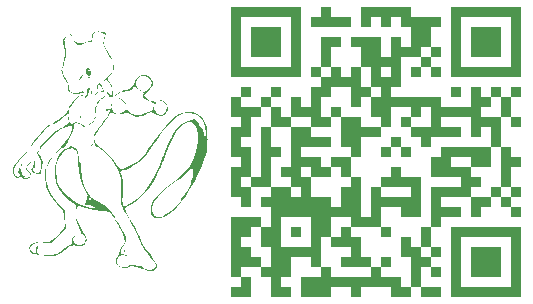
<source format=gbr>
%TF.GenerationSoftware,KiCad,Pcbnew,9.0.3*%
%TF.CreationDate,2026-02-26T20:24:34-03:00*%
%TF.ProjectId,EEGFrontier,45454746-726f-46e7-9469-65722e6b6963,rev?*%
%TF.SameCoordinates,Original*%
%TF.FileFunction,Legend,Bot*%
%TF.FilePolarity,Positive*%
%FSLAX46Y46*%
G04 Gerber Fmt 4.6, Leading zero omitted, Abs format (unit mm)*
G04 Created by KiCad (PCBNEW 9.0.3) date 2026-02-26 20:24:34*
%MOMM*%
%LPD*%
G01*
G04 APERTURE LIST*
%ADD10C,0.000000*%
G04 APERTURE END LIST*
D10*
%TO.C,G\u002A\u002A\u002A*%
G36*
X130799609Y-78516666D02*
G01*
X130798985Y-78597326D01*
X130754368Y-79322294D01*
X130715616Y-79525611D01*
X130651067Y-79864277D01*
X130641653Y-79913666D01*
X130592725Y-80070196D01*
X130434671Y-80490908D01*
X130301887Y-80802666D01*
X130220076Y-80994745D01*
X130076782Y-81306012D01*
X129968386Y-81541471D01*
X129699048Y-82090849D01*
X129431510Y-82602643D01*
X129185217Y-83036616D01*
X128979617Y-83352531D01*
X128923760Y-83427635D01*
X128578893Y-83857408D01*
X128209602Y-84269576D01*
X127846004Y-84633674D01*
X127518213Y-84919237D01*
X127256346Y-85095802D01*
X127102531Y-85166365D01*
X126700242Y-85266285D01*
X126370263Y-85226154D01*
X126129381Y-85062167D01*
X125994383Y-84790521D01*
X125989377Y-84643066D01*
X126102624Y-84643066D01*
X126237801Y-84974827D01*
X126361459Y-85095828D01*
X126615920Y-85169368D01*
X126933605Y-85112943D01*
X127298695Y-84934999D01*
X127695373Y-84643979D01*
X128107820Y-84248326D01*
X128520217Y-83756485D01*
X128596968Y-83654679D01*
X128927787Y-83197056D01*
X129158812Y-82836866D01*
X129303194Y-82551991D01*
X129374082Y-82320313D01*
X129419450Y-82137997D01*
X129496698Y-81938134D01*
X129539972Y-81801334D01*
X129569572Y-81563818D01*
X129573933Y-81306012D01*
X129552525Y-81090411D01*
X129504818Y-80979509D01*
X129465418Y-80983085D01*
X129338579Y-81076583D01*
X129176480Y-81253028D01*
X129088200Y-81355073D01*
X128825277Y-81615366D01*
X128550496Y-81844282D01*
X128452328Y-81916690D01*
X128171203Y-82124189D01*
X127832274Y-82374481D01*
X127488624Y-82628373D01*
X127067475Y-82965368D01*
X126610424Y-83418637D01*
X126293934Y-83855594D01*
X126123001Y-84266863D01*
X126102624Y-84643066D01*
X125989377Y-84643066D01*
X125982055Y-84427411D01*
X126109184Y-83989032D01*
X126131257Y-83940406D01*
X126389151Y-83537942D01*
X126796950Y-83090582D01*
X127345590Y-82607271D01*
X128026008Y-82096957D01*
X128658286Y-81591189D01*
X129190365Y-81002344D01*
X129308844Y-80802666D01*
X129492667Y-80802666D01*
X129535000Y-80845000D01*
X129577334Y-80802666D01*
X129535000Y-80760333D01*
X129492667Y-80802666D01*
X129308844Y-80802666D01*
X129578297Y-80348547D01*
X129746630Y-79862085D01*
X130437303Y-79862085D01*
X130457514Y-79975402D01*
X130486416Y-79974091D01*
X130501983Y-79864277D01*
X130488425Y-79781054D01*
X130481846Y-79786666D01*
X130450830Y-79813125D01*
X130437303Y-79862085D01*
X129746630Y-79862085D01*
X129772728Y-79786666D01*
X129916000Y-79786666D01*
X129958334Y-79829000D01*
X130000667Y-79786666D01*
X129958334Y-79744333D01*
X129916000Y-79786666D01*
X129772728Y-79786666D01*
X129834200Y-79609019D01*
X129846473Y-79532666D01*
X130000667Y-79532666D01*
X130043000Y-79575000D01*
X130085334Y-79532666D01*
X130076087Y-79523419D01*
X130521970Y-79523419D01*
X130523619Y-79532666D01*
X130542181Y-79636736D01*
X130571083Y-79635425D01*
X130586650Y-79525611D01*
X130573092Y-79442388D01*
X130535497Y-79474458D01*
X130521970Y-79523419D01*
X130076087Y-79523419D01*
X130043000Y-79490333D01*
X130000667Y-79532666D01*
X129846473Y-79532666D01*
X129970189Y-78762985D01*
X129974747Y-78705738D01*
X129969786Y-78191262D01*
X129885636Y-77736703D01*
X129731758Y-77375933D01*
X129517616Y-77142823D01*
X129423878Y-77085625D01*
X129395082Y-77077333D01*
X129662000Y-77077333D01*
X129704334Y-77119666D01*
X129746667Y-77077333D01*
X129704334Y-77035000D01*
X129662000Y-77077333D01*
X129395082Y-77077333D01*
X129303182Y-77050870D01*
X129158787Y-77087637D01*
X128929017Y-77202142D01*
X128780439Y-77286432D01*
X128586236Y-77422753D01*
X128408182Y-77591540D01*
X128235473Y-77810804D01*
X128057304Y-78098556D01*
X127862873Y-78472807D01*
X127641374Y-78951568D01*
X127382005Y-79552851D01*
X127073960Y-80294666D01*
X127028817Y-80403704D01*
X126819908Y-80890153D01*
X126603546Y-81369322D01*
X126402801Y-81791080D01*
X126240742Y-82105297D01*
X125940029Y-82574381D01*
X125539957Y-83072809D01*
X125095275Y-83530589D01*
X124643340Y-83909499D01*
X124221509Y-84171317D01*
X124218647Y-84172699D01*
X124033281Y-84258319D01*
X123902232Y-84327224D01*
X123829301Y-84403050D01*
X123818287Y-84509437D01*
X123872990Y-84670020D01*
X123997212Y-84908439D01*
X124194751Y-85248331D01*
X124469407Y-85713333D01*
X124620441Y-85979072D01*
X124852456Y-86416314D01*
X125057996Y-86835724D01*
X125205397Y-87174439D01*
X125225675Y-87225756D01*
X125359353Y-87528519D01*
X125487387Y-87767261D01*
X125584554Y-87894106D01*
X125650647Y-87956775D01*
X125805788Y-88144567D01*
X125993722Y-88401409D01*
X126187247Y-88686642D01*
X126359160Y-88959610D01*
X126482256Y-89179657D01*
X126529334Y-89306126D01*
X126498864Y-89413797D01*
X126389212Y-89580166D01*
X126335036Y-89629510D01*
X126082347Y-89723199D01*
X125753341Y-89699905D01*
X125383069Y-89560319D01*
X125361986Y-89549603D01*
X125085928Y-89442196D01*
X124775600Y-89365395D01*
X124479394Y-89325905D01*
X124245702Y-89330432D01*
X124122916Y-89385683D01*
X124104872Y-89404322D01*
X123955138Y-89459004D01*
X123726489Y-89481000D01*
X123718800Y-89480974D01*
X123374092Y-89415158D01*
X123139160Y-89244175D01*
X123028546Y-88999724D01*
X123056794Y-88713502D01*
X123238445Y-88417209D01*
X123341446Y-88244285D01*
X123396667Y-87998509D01*
X123447855Y-87778801D01*
X123619590Y-87521917D01*
X123698997Y-87436137D01*
X123786945Y-87300180D01*
X123797447Y-87146426D01*
X123745157Y-86902601D01*
X123744189Y-86898795D01*
X123647671Y-86627501D01*
X123490344Y-86289546D01*
X123305776Y-85957163D01*
X123266935Y-85893146D01*
X123118380Y-85635936D01*
X123021706Y-85447844D01*
X122996266Y-85365845D01*
X123026023Y-85389773D01*
X123127581Y-85528617D01*
X123280991Y-85764400D01*
X123466724Y-86067973D01*
X123699735Y-86486982D01*
X123857480Y-86860067D01*
X123906820Y-87147534D01*
X123850935Y-87370177D01*
X123693000Y-87548793D01*
X123663765Y-87574458D01*
X123550447Y-87738116D01*
X123482636Y-87936449D01*
X123465941Y-88122012D01*
X123505971Y-88247361D01*
X123608334Y-88265048D01*
X123673273Y-88251739D01*
X123735334Y-88298323D01*
X123691439Y-88350044D01*
X123540601Y-88380333D01*
X123323561Y-88428542D01*
X123186290Y-88598210D01*
X123142667Y-88902287D01*
X123142893Y-88929245D01*
X123183761Y-89175358D01*
X123306434Y-89308687D01*
X123561251Y-89384497D01*
X123864531Y-89378194D01*
X124111012Y-89283694D01*
X124172988Y-89247725D01*
X124376089Y-89209612D01*
X124690540Y-89238316D01*
X124844391Y-89259083D01*
X125068767Y-89274442D01*
X125187679Y-89261291D01*
X125213147Y-89251719D01*
X125259334Y-89310990D01*
X125267034Y-89336443D01*
X125379144Y-89434389D01*
X125579620Y-89536855D01*
X125810186Y-89617588D01*
X126012567Y-89650333D01*
X126206072Y-89590220D01*
X126373468Y-89447999D01*
X126444667Y-89282639D01*
X126421386Y-89218249D01*
X126317124Y-89038687D01*
X126154380Y-88792493D01*
X125961007Y-88518750D01*
X125764860Y-88256538D01*
X125593793Y-88044939D01*
X125475658Y-87923034D01*
X125441253Y-87883294D01*
X125336890Y-87704101D01*
X125203724Y-87427312D01*
X125062191Y-87093904D01*
X125029102Y-87012886D01*
X124825688Y-86560667D01*
X124584329Y-86077327D01*
X124350374Y-85654571D01*
X124200237Y-85402568D01*
X123946324Y-84975466D01*
X123760482Y-84650807D01*
X123632297Y-84398341D01*
X123551359Y-84187819D01*
X123507257Y-83988989D01*
X123489577Y-83771602D01*
X123487909Y-83505407D01*
X123491842Y-83160154D01*
X123492638Y-82794334D01*
X123480404Y-82310687D01*
X123445489Y-81928200D01*
X123381094Y-81604912D01*
X123291265Y-81331833D01*
X123429467Y-81331833D01*
X123530654Y-81702883D01*
X123612901Y-82147279D01*
X123641226Y-82600904D01*
X123624011Y-83141746D01*
X123612121Y-83369980D01*
X123602403Y-83712221D01*
X123605252Y-83972212D01*
X123620813Y-84106656D01*
X123624509Y-84115921D01*
X123709823Y-84212188D01*
X123863348Y-84203189D01*
X124116334Y-84087731D01*
X124583988Y-83799679D01*
X125046558Y-83424207D01*
X125473346Y-82967141D01*
X125876681Y-82411330D01*
X126268892Y-81739623D01*
X126662308Y-80934870D01*
X127069257Y-79979920D01*
X127116814Y-79862426D01*
X127305356Y-79403438D01*
X127487712Y-78969040D01*
X127645136Y-78603504D01*
X127758885Y-78351103D01*
X127867789Y-78143008D01*
X128232796Y-77641088D01*
X128677509Y-77249523D01*
X129171730Y-76997248D01*
X129634206Y-76840047D01*
X129895274Y-77033063D01*
X129933177Y-77062535D01*
X129946978Y-77077333D01*
X130078638Y-77218501D01*
X130111779Y-77342206D01*
X130102496Y-77397871D01*
X130165262Y-77458333D01*
X130175684Y-77459561D01*
X130275944Y-77553861D01*
X130390925Y-77771406D01*
X130503625Y-78074163D01*
X130597041Y-78424101D01*
X130604419Y-78457742D01*
X130637470Y-78584727D01*
X130654071Y-78580243D01*
X130656291Y-78431771D01*
X130646199Y-78126795D01*
X130644479Y-78088118D01*
X130560728Y-77468241D01*
X130377393Y-76982271D01*
X130095806Y-76631900D01*
X129717300Y-76418821D01*
X129243206Y-76344726D01*
X129203338Y-76344727D01*
X128825824Y-76381158D01*
X128471173Y-76492922D01*
X128123726Y-76693080D01*
X127767828Y-76994690D01*
X127387821Y-77410814D01*
X126968047Y-77954510D01*
X126492850Y-78638839D01*
X126380497Y-78805264D01*
X126007217Y-79337626D01*
X125667492Y-79790844D01*
X125378574Y-80142544D01*
X125157719Y-80370349D01*
X124994906Y-80504340D01*
X124618044Y-80766674D01*
X124231734Y-80982838D01*
X123880273Y-81129585D01*
X123607958Y-81183666D01*
X123564430Y-81184518D01*
X123434407Y-81221216D01*
X123429467Y-81331833D01*
X123291265Y-81331833D01*
X123280419Y-81298861D01*
X123136666Y-80968083D01*
X122923065Y-80602372D01*
X122613763Y-80195160D01*
X122255386Y-79802601D01*
X121889630Y-79470246D01*
X121558194Y-79243650D01*
X121468101Y-79194244D01*
X121331675Y-79106989D01*
X121311534Y-79070741D01*
X121337732Y-79053791D01*
X121303511Y-78961166D01*
X121285897Y-78937427D01*
X121192066Y-78766854D01*
X121154049Y-78620879D01*
X121188813Y-78559000D01*
X121249876Y-78611236D01*
X121314313Y-78768850D01*
X121382753Y-78895822D01*
X121566036Y-79099812D01*
X121819765Y-79313192D01*
X122227255Y-79651738D01*
X122711842Y-80163573D01*
X123086831Y-80695378D01*
X123133277Y-80771694D01*
X123268959Y-80957863D01*
X123372700Y-81051479D01*
X123522471Y-81061142D01*
X123795809Y-80997446D01*
X124130095Y-80867213D01*
X124482923Y-80687426D01*
X124811888Y-80475069D01*
X124899827Y-80409002D01*
X125122526Y-80224712D01*
X125333159Y-80017184D01*
X125551637Y-79762071D01*
X125797868Y-79435021D01*
X126091763Y-79011686D01*
X126453232Y-78467716D01*
X126590228Y-78267582D01*
X126913872Y-77836394D01*
X127261594Y-77415206D01*
X127578534Y-77072059D01*
X127581525Y-77069088D01*
X127901456Y-76765225D01*
X128158799Y-76560398D01*
X128398689Y-76423552D01*
X128666261Y-76323631D01*
X129066614Y-76233767D01*
X129543896Y-76243170D01*
X129951930Y-76405801D01*
X130296533Y-76724322D01*
X130583520Y-77201397D01*
X130639035Y-77324747D01*
X130723643Y-77556516D01*
X130772742Y-77796727D01*
X130795132Y-78098927D01*
X130798699Y-78431771D01*
X130799609Y-78516666D01*
G37*
G36*
X123961112Y-88408555D02*
G01*
X123974357Y-88434021D01*
X123904667Y-88465000D01*
X123859845Y-88458889D01*
X123848223Y-88408555D01*
X123860632Y-88398422D01*
X123961112Y-88408555D01*
G37*
G36*
X119738941Y-85320341D02*
G01*
X119823953Y-85544000D01*
X119915247Y-85766229D01*
X120091404Y-86115416D01*
X120286856Y-86441763D01*
X120397914Y-86612354D01*
X120539846Y-86867855D01*
X120586776Y-87055906D01*
X120544745Y-87220256D01*
X120419792Y-87404652D01*
X120323405Y-87516752D01*
X120207063Y-87591046D01*
X120039916Y-87608355D01*
X119763625Y-87584682D01*
X119706142Y-87578343D01*
X119508808Y-87562010D01*
X119347665Y-87572124D01*
X119188010Y-87623208D01*
X118995138Y-87729786D01*
X118734344Y-87906381D01*
X118370922Y-88167518D01*
X118213896Y-88278279D01*
X118033967Y-88382101D01*
X117854399Y-88435710D01*
X117618668Y-88453634D01*
X117270256Y-88450398D01*
X116581000Y-88435797D01*
X117300667Y-88386849D01*
X117649896Y-88359487D01*
X117897828Y-88319173D01*
X118097967Y-88243386D01*
X118310676Y-88109141D01*
X118596318Y-87893450D01*
X118700298Y-87814207D01*
X118956979Y-87627529D01*
X119153011Y-87497686D01*
X119252484Y-87449000D01*
X119260300Y-87447655D01*
X119311659Y-87356396D01*
X119332667Y-87165788D01*
X119361581Y-86963049D01*
X119523167Y-86721288D01*
X119650326Y-86615408D01*
X119663012Y-86617680D01*
X119565500Y-86736000D01*
X119517041Y-86801541D01*
X119432788Y-87056840D01*
X119488448Y-87292851D01*
X119663758Y-87466240D01*
X119938456Y-87533666D01*
X120024117Y-87525434D01*
X120261726Y-87425616D01*
X120444313Y-87250168D01*
X120515308Y-87046833D01*
X120514623Y-87031699D01*
X120453115Y-86839528D01*
X120328391Y-86673223D01*
X120191167Y-86602333D01*
X120155389Y-86594760D01*
X120094313Y-86496500D01*
X120077481Y-86422477D01*
X120000620Y-86224699D01*
X119882646Y-85974150D01*
X119806471Y-85808789D01*
X119710458Y-85538447D01*
X119674098Y-85339150D01*
X119674254Y-85330274D01*
X119691103Y-85251917D01*
X119738941Y-85320341D01*
G37*
G36*
X116463216Y-87295218D02*
G01*
X116452890Y-87324025D01*
X116284667Y-87379601D01*
X116026278Y-87471610D01*
X115835743Y-87606440D01*
X115777964Y-87776866D01*
X115779677Y-87816396D01*
X115866362Y-88031949D01*
X116094167Y-88162960D01*
X116216415Y-88185790D01*
X116272971Y-88122301D01*
X116284667Y-87929430D01*
X116317147Y-87702376D01*
X116432834Y-87580042D01*
X116447762Y-87574436D01*
X116531057Y-87557207D01*
X116475167Y-87630250D01*
X116408014Y-87748217D01*
X116369334Y-87957000D01*
X116393281Y-88121872D01*
X116475167Y-88291194D01*
X116492369Y-88310071D01*
X116528418Y-88374191D01*
X116424968Y-88350100D01*
X116292017Y-88307246D01*
X116062902Y-88243233D01*
X115943861Y-88195481D01*
X115759204Y-88000923D01*
X115692000Y-87710740D01*
X115733634Y-87592167D01*
X115896973Y-87438889D01*
X116132941Y-87326036D01*
X116386296Y-87287302D01*
X116463216Y-87295218D01*
G37*
G36*
X123820000Y-88041666D02*
G01*
X123813890Y-88086488D01*
X123763556Y-88098111D01*
X123753423Y-88085701D01*
X123763556Y-87985222D01*
X123789022Y-87971976D01*
X123820000Y-88041666D01*
G37*
G36*
X117300667Y-87660666D02*
G01*
X117258334Y-87703000D01*
X117216000Y-87660666D01*
X117258334Y-87618333D01*
X117300667Y-87660666D01*
G37*
G36*
X117046667Y-87576000D02*
G01*
X117004334Y-87618333D01*
X116962000Y-87576000D01*
X117004334Y-87533666D01*
X117046667Y-87576000D01*
G37*
G36*
X117154160Y-81057543D02*
G01*
X117164447Y-81230667D01*
X117153260Y-81533236D01*
X117149613Y-81596133D01*
X117145823Y-81985575D01*
X117190146Y-82302795D01*
X117293043Y-82629848D01*
X117313067Y-82681174D01*
X117590726Y-83220282D01*
X117977477Y-83759310D01*
X118430743Y-84238072D01*
X118756485Y-84533633D01*
X118769409Y-85345977D01*
X118782334Y-86158322D01*
X118174934Y-86761327D01*
X117567535Y-87364333D01*
X117074268Y-87351885D01*
X116581000Y-87339437D01*
X117054465Y-87288385D01*
X117360911Y-87235772D01*
X117632715Y-87122551D01*
X117921823Y-86914554D01*
X118074698Y-86776376D01*
X118340518Y-86485656D01*
X118542979Y-86203980D01*
X118609293Y-86088806D01*
X118695805Y-85908184D01*
X118731135Y-85738334D01*
X118723362Y-85519940D01*
X118680563Y-85193687D01*
X118635272Y-84908555D01*
X118576672Y-84683607D01*
X118481757Y-84495485D01*
X118323295Y-84291434D01*
X118074055Y-84018698D01*
X118018803Y-83959321D01*
X117707293Y-83603747D01*
X117484012Y-83294332D01*
X117313434Y-82975633D01*
X117160035Y-82592207D01*
X117145718Y-82549093D01*
X117084383Y-82257550D01*
X117049446Y-81903833D01*
X117042441Y-81545031D01*
X117064902Y-81238231D01*
X117118360Y-81040523D01*
X117123689Y-81032113D01*
X117154160Y-81057543D01*
G37*
G36*
X121946982Y-84056287D02*
G01*
X122027560Y-84104666D01*
X122090305Y-84142338D01*
X122157114Y-84189333D01*
X122277479Y-84274000D01*
X122379982Y-84346103D01*
X122495749Y-84465424D01*
X122582839Y-84555188D01*
X122750205Y-84818287D01*
X122844447Y-84998676D01*
X122926068Y-85181041D01*
X122934969Y-85243846D01*
X122872086Y-85175537D01*
X122738354Y-84964556D01*
X122729349Y-84949317D01*
X122644544Y-84819319D01*
X122551342Y-84737098D01*
X122409591Y-84688095D01*
X122179136Y-84657749D01*
X121819824Y-84631502D01*
X121752814Y-84626536D01*
X121315256Y-84575193D01*
X120874981Y-84497320D01*
X120518000Y-84407704D01*
X120231489Y-84320924D01*
X119998718Y-84257411D01*
X119876024Y-84232758D01*
X119839684Y-84256309D01*
X119764148Y-84400943D01*
X119695634Y-84633833D01*
X119606886Y-85036000D01*
X119647398Y-84570333D01*
X119664684Y-84316459D01*
X119647242Y-84151695D01*
X119572034Y-84047408D01*
X119418424Y-83947461D01*
X119147174Y-83754457D01*
X118814967Y-83453750D01*
X118491983Y-83107471D01*
X118221748Y-82762657D01*
X118047791Y-82466345D01*
X117941885Y-82157409D01*
X117853477Y-81565826D01*
X117879082Y-81017403D01*
X117984029Y-81017403D01*
X117994108Y-81395333D01*
X118018976Y-81782397D01*
X118090504Y-82201667D01*
X118226589Y-82546303D01*
X118450369Y-82869858D01*
X118784980Y-83225885D01*
X119037366Y-83462619D01*
X119460408Y-83794827D01*
X119892021Y-84036069D01*
X120391000Y-84222846D01*
X120611405Y-84284608D01*
X121010745Y-84374179D01*
X121364667Y-84430136D01*
X121593724Y-84453414D01*
X121705707Y-84459444D01*
X121668750Y-84440951D01*
X121644073Y-84434513D01*
X122149598Y-84434513D01*
X122150729Y-84459444D01*
X122150909Y-84463415D01*
X122260723Y-84478982D01*
X122343946Y-84465424D01*
X122311875Y-84427829D01*
X122262915Y-84414302D01*
X122149598Y-84434513D01*
X121644073Y-84434513D01*
X121493130Y-84395134D01*
X121425104Y-84376915D01*
X121203832Y-84300459D01*
X121155841Y-84274000D01*
X121957334Y-84274000D01*
X121999667Y-84316333D01*
X122042000Y-84274000D01*
X121999667Y-84231666D01*
X121957334Y-84274000D01*
X121155841Y-84274000D01*
X121074030Y-84228895D01*
X121054945Y-84214781D01*
X120970135Y-84189333D01*
X121788000Y-84189333D01*
X121830334Y-84231666D01*
X121872667Y-84189333D01*
X121830334Y-84147000D01*
X121788000Y-84189333D01*
X120970135Y-84189333D01*
X120894033Y-84166498D01*
X120660034Y-84147000D01*
X120465113Y-84139196D01*
X120391132Y-84104666D01*
X121618667Y-84104666D01*
X121661000Y-84147000D01*
X121703334Y-84104666D01*
X121661000Y-84062333D01*
X121618667Y-84104666D01*
X120391132Y-84104666D01*
X120389557Y-84103931D01*
X120428066Y-84026347D01*
X120431435Y-84020000D01*
X121449334Y-84020000D01*
X121491667Y-84062333D01*
X121534000Y-84020000D01*
X121491667Y-83977666D01*
X121449334Y-84020000D01*
X120431435Y-84020000D01*
X120501730Y-83887581D01*
X120559599Y-83666513D01*
X120582772Y-83493556D01*
X120596834Y-83395799D01*
X120623224Y-83396803D01*
X120728735Y-83468892D01*
X120790127Y-83543080D01*
X120800320Y-83661675D01*
X120785336Y-83695218D01*
X120833992Y-83695347D01*
X120901788Y-83686677D01*
X121026774Y-83766932D01*
X121095245Y-83835082D01*
X121205945Y-83893000D01*
X121209272Y-83869717D01*
X121124734Y-83763785D01*
X120957502Y-83601200D01*
X120943923Y-83588831D01*
X120602572Y-83194403D01*
X120327651Y-82692875D01*
X120114363Y-82070371D01*
X119957914Y-81313013D01*
X119853505Y-80406924D01*
X119843262Y-80289137D01*
X119794217Y-79906884D01*
X119727320Y-79653520D01*
X119634814Y-79496757D01*
X119580193Y-79443806D01*
X119331486Y-79330291D01*
X119045515Y-79357470D01*
X118746692Y-79513852D01*
X118459427Y-79787947D01*
X118208132Y-80168267D01*
X118123333Y-80335708D01*
X118038850Y-80543728D01*
X117995679Y-80752247D01*
X117984029Y-81017403D01*
X117879082Y-81017403D01*
X117882448Y-80945296D01*
X118029318Y-80355059D01*
X118134752Y-80088387D01*
X118296704Y-79746940D01*
X118440553Y-79526316D01*
X118553874Y-79448000D01*
X118587781Y-79441140D01*
X118747074Y-79384142D01*
X118972755Y-79288247D01*
X119091304Y-79235973D01*
X119270436Y-79176295D01*
X119398730Y-79188813D01*
X119545291Y-79271508D01*
X119725176Y-79433778D01*
X119876660Y-79745535D01*
X119925334Y-80178175D01*
X119927519Y-80258705D01*
X119953224Y-80425990D01*
X119998572Y-80471063D01*
X120018119Y-80484331D01*
X120055054Y-80620947D01*
X120089360Y-80873289D01*
X120115556Y-81206899D01*
X120155532Y-81648232D01*
X120293131Y-82303823D01*
X120526763Y-82856045D01*
X120866686Y-83333953D01*
X121031586Y-83510843D01*
X121197257Y-83664527D01*
X121293591Y-83723666D01*
X121305307Y-83725444D01*
X121438386Y-83780856D01*
X121666193Y-83898220D01*
X121882522Y-84020000D01*
X121946982Y-84056287D01*
G37*
G36*
X119078667Y-84358666D02*
G01*
X119036334Y-84401000D01*
X118994000Y-84358666D01*
X119036334Y-84316333D01*
X119078667Y-84358666D01*
G37*
G36*
X115620169Y-79518432D02*
G01*
X115509392Y-79655269D01*
X115289248Y-79907340D01*
X114960789Y-80272543D01*
X114861108Y-80384814D01*
X114570776Y-80762246D01*
X114416053Y-81075377D01*
X114390004Y-81343369D01*
X114485694Y-81585384D01*
X114598544Y-81711623D01*
X114730729Y-81776333D01*
X114753950Y-81774562D01*
X114871852Y-81694933D01*
X114912391Y-81555840D01*
X114847352Y-81438913D01*
X114842835Y-81436033D01*
X114782374Y-81330146D01*
X114822310Y-81129958D01*
X114904593Y-80887333D01*
X114969407Y-81183666D01*
X114970037Y-81186537D01*
X115058760Y-81469760D01*
X115166286Y-81629885D01*
X115277291Y-81644003D01*
X115309598Y-81640538D01*
X115300972Y-81729602D01*
X115305446Y-81817948D01*
X115405005Y-81862010D01*
X115552337Y-81835809D01*
X115688629Y-81738062D01*
X115732369Y-81652252D01*
X115741066Y-81482735D01*
X115685735Y-81338922D01*
X115583018Y-81291219D01*
X115574936Y-81292535D01*
X115483415Y-81241282D01*
X115459589Y-81088390D01*
X115501511Y-80883389D01*
X115607230Y-80675812D01*
X115634283Y-80638931D01*
X115769303Y-80484373D01*
X115863056Y-80421666D01*
X115873065Y-80425246D01*
X115846264Y-80501473D01*
X115730291Y-80645696D01*
X115680692Y-80700802D01*
X115548193Y-80899001D01*
X115552959Y-81058960D01*
X115692000Y-81226000D01*
X115787952Y-81329623D01*
X115855224Y-81533204D01*
X115773688Y-81781899D01*
X115679536Y-81879800D01*
X115476059Y-81944056D01*
X115260386Y-81917219D01*
X115108814Y-81797500D01*
X115107826Y-81795753D01*
X115020145Y-81699950D01*
X114918340Y-81755166D01*
X114892229Y-81779109D01*
X114706543Y-81855707D01*
X114530578Y-81795705D01*
X114389105Y-81626813D01*
X114306895Y-81376741D01*
X114308718Y-81073200D01*
X114316591Y-81033267D01*
X114384040Y-80858667D01*
X114521904Y-80649530D01*
X114749185Y-80380194D01*
X115084887Y-80024998D01*
X115285753Y-79820354D01*
X115509404Y-79598872D01*
X115620524Y-79498932D01*
X115620169Y-79518432D01*
G37*
G36*
X118650787Y-79237999D02*
G01*
X118555395Y-79269228D01*
X118488229Y-79276235D01*
X118331767Y-79386064D01*
X118126274Y-79585966D01*
X117898537Y-79846813D01*
X117675342Y-80139476D01*
X117483478Y-80434829D01*
X117377356Y-80611053D01*
X117261757Y-80779245D01*
X117222134Y-80800659D01*
X117263725Y-80676770D01*
X117391771Y-80409048D01*
X117483223Y-80263387D01*
X117686299Y-79998872D01*
X117952270Y-79689211D01*
X118247328Y-79375255D01*
X118304479Y-79316789D01*
X118414104Y-79194000D01*
X118570667Y-79194000D01*
X118613000Y-79236333D01*
X118655334Y-79194000D01*
X118613000Y-79151666D01*
X118570667Y-79194000D01*
X118414104Y-79194000D01*
X118738422Y-78830738D01*
X119061496Y-78386581D01*
X119263109Y-78000767D01*
X119332667Y-77689747D01*
X119332179Y-77651569D01*
X119304470Y-77478609D01*
X119219490Y-77398817D01*
X119056766Y-77413020D01*
X118795824Y-77522042D01*
X118416190Y-77726710D01*
X118389980Y-77741646D01*
X117720118Y-78190600D01*
X117174268Y-78709239D01*
X116711109Y-79336574D01*
X116462447Y-79733149D01*
X116664244Y-80030514D01*
X116718383Y-80113806D01*
X116807609Y-80303133D01*
X116836087Y-80514222D01*
X116817881Y-80819272D01*
X116790348Y-81032590D01*
X116739678Y-81278359D01*
X116686161Y-81416500D01*
X116599039Y-81486786D01*
X116386132Y-81526002D01*
X116157293Y-81463894D01*
X115980548Y-81310666D01*
X115902941Y-81177440D01*
X115892810Y-81048588D01*
X115985030Y-80880493D01*
X116072034Y-80692836D01*
X116082091Y-80541826D01*
X116070087Y-80483181D01*
X116117991Y-80421666D01*
X116163647Y-80425260D01*
X116196020Y-80464004D01*
X116213320Y-80582495D01*
X116227684Y-80825400D01*
X116231175Y-80980847D01*
X116206615Y-81033728D01*
X116136500Y-80957385D01*
X116095518Y-80903134D01*
X116041097Y-80868477D01*
X116030667Y-80991226D01*
X116043327Y-81161200D01*
X116135583Y-81369134D01*
X116319126Y-81437666D01*
X116430867Y-81427304D01*
X116593829Y-81333723D01*
X116681707Y-81123814D01*
X116708000Y-80774560D01*
X116670421Y-80377933D01*
X116533474Y-80032264D01*
X116358948Y-79749875D01*
X116590022Y-79355576D01*
X116648853Y-79258396D01*
X117139583Y-78613490D01*
X117741680Y-78052516D01*
X118411273Y-77617347D01*
X118474893Y-77583803D01*
X118795354Y-77397274D01*
X119004096Y-77242740D01*
X119078667Y-77136382D01*
X119079811Y-77102137D01*
X119109881Y-77064719D01*
X119199967Y-77166984D01*
X119219943Y-77193257D01*
X119325760Y-77278908D01*
X119428567Y-77225500D01*
X119458405Y-77199968D01*
X119675065Y-77125443D01*
X119925868Y-77155716D01*
X120132720Y-77284270D01*
X120265039Y-77394405D01*
X120463342Y-77484406D01*
X120554000Y-77502652D01*
X120592789Y-77520304D01*
X120467623Y-77531469D01*
X120315904Y-77498312D01*
X120137000Y-77373666D01*
X119986178Y-77265728D01*
X119753699Y-77204333D01*
X119728796Y-77204558D01*
X119590565Y-77230857D01*
X119515770Y-77333507D01*
X119466960Y-77558805D01*
X119463089Y-77581591D01*
X119387926Y-77865951D01*
X119264998Y-78191419D01*
X119112064Y-78524677D01*
X118946879Y-78832405D01*
X118787201Y-79081286D01*
X118689087Y-79194000D01*
X118650787Y-79237999D01*
G37*
G36*
X115086507Y-80643887D02*
G01*
X115060482Y-80754700D01*
X115020662Y-80810493D01*
X114963786Y-80833648D01*
X114985451Y-80714348D01*
X115017246Y-80652617D01*
X115075938Y-80624048D01*
X115086507Y-80643887D01*
G37*
G36*
X120179334Y-80294666D02*
G01*
X120137000Y-80337000D01*
X120094667Y-80294666D01*
X120137000Y-80252333D01*
X120179334Y-80294666D01*
G37*
G36*
X117427231Y-77375133D02*
G01*
X117411854Y-77423640D01*
X117283347Y-77522279D01*
X117167049Y-77621883D01*
X116963112Y-77837063D01*
X116715657Y-78125581D01*
X116455175Y-78453166D01*
X116226924Y-78747283D01*
X116023255Y-79001232D01*
X115877703Y-79173121D01*
X115812122Y-79236333D01*
X115803870Y-79235301D01*
X115797483Y-79208392D01*
X115838884Y-79129512D01*
X115941852Y-78978036D01*
X116120165Y-78733336D01*
X116387603Y-78374783D01*
X116674358Y-78009508D01*
X116987324Y-77661472D01*
X117237962Y-77446969D01*
X117417919Y-77374112D01*
X117427231Y-77375133D01*
G37*
G36*
X121064464Y-78988856D02*
G01*
X121068334Y-79067000D01*
X121051032Y-79089880D01*
X120931340Y-79151666D01*
X120902871Y-79145143D01*
X120899000Y-79067000D01*
X120916303Y-79044119D01*
X121035994Y-78982333D01*
X121064464Y-78988856D01*
G37*
G36*
X122712650Y-75987258D02*
G01*
X122778508Y-76143215D01*
X122994500Y-76302830D01*
X123087764Y-76351438D01*
X123173253Y-76418488D01*
X123107001Y-76440405D01*
X122981045Y-76414998D01*
X122795258Y-76307421D01*
X122753702Y-76271489D01*
X122667046Y-76233195D01*
X122587870Y-76300765D01*
X122476480Y-76497921D01*
X122349975Y-76707189D01*
X122144835Y-76999648D01*
X121918371Y-77289000D01*
X121714879Y-77549270D01*
X121515475Y-77836456D01*
X121383815Y-78063104D01*
X121346323Y-78138157D01*
X121258630Y-78278444D01*
X121211010Y-78300631D01*
X121213461Y-78208029D01*
X121307872Y-78004558D01*
X121511801Y-77701334D01*
X121830984Y-77289000D01*
X121864977Y-77246547D01*
X122135434Y-76887985D01*
X122352753Y-76563333D01*
X122497440Y-76303733D01*
X122550000Y-76140329D01*
X122516100Y-76115425D01*
X122380751Y-76128176D01*
X122273594Y-76139521D01*
X122164088Y-76095718D01*
X122162450Y-76092768D01*
X122207246Y-76040568D01*
X122368615Y-76019000D01*
X122556709Y-75988759D01*
X122663261Y-75913166D01*
X122692332Y-75887549D01*
X122712650Y-75987258D01*
G37*
G36*
X120991712Y-77183166D02*
G01*
X120870357Y-77316569D01*
X120801212Y-77373666D01*
X120779424Y-77369454D01*
X120802520Y-77304072D01*
X120962500Y-77153955D01*
X121153000Y-76992666D01*
X120991712Y-77183166D01*
G37*
G36*
X119056517Y-76130476D02*
G01*
X119059483Y-76227885D01*
X119036935Y-76355381D01*
X118993919Y-76415176D01*
X118990064Y-76414991D01*
X118894201Y-76469753D01*
X118711279Y-76606678D01*
X118477156Y-76799124D01*
X118474364Y-76801504D01*
X118211310Y-77012885D01*
X117970268Y-77184928D01*
X117803100Y-77280590D01*
X117716688Y-77314264D01*
X117570991Y-77360377D01*
X117561626Y-77335075D01*
X117691888Y-77233697D01*
X117965076Y-77051582D01*
X118128339Y-76936340D01*
X118448000Y-76673900D01*
X118725862Y-76405532D01*
X118893857Y-76227631D01*
X119009026Y-76126281D01*
X119056517Y-76130476D01*
G37*
G36*
X119065299Y-76781000D02*
G01*
X119053497Y-76897469D01*
X119022594Y-76886833D01*
X119011411Y-76848508D01*
X119022594Y-76675166D01*
X119051993Y-76660804D01*
X119065299Y-76781000D01*
G37*
G36*
X121316890Y-76721151D02*
G01*
X121274667Y-76800165D01*
X121211685Y-76825573D01*
X121202618Y-76784763D01*
X121269494Y-76673755D01*
X121280645Y-76662816D01*
X121342668Y-76622236D01*
X121316890Y-76721151D01*
G37*
G36*
X120087983Y-76646944D02*
G01*
X120081996Y-76732818D01*
X120043514Y-76758069D01*
X120026737Y-76728115D01*
X120036830Y-76595791D01*
X120067306Y-76556602D01*
X120087983Y-76646944D01*
G37*
G36*
X127003786Y-75292302D02*
G01*
X127226356Y-75441072D01*
X127394276Y-75672317D01*
X127460667Y-75934527D01*
X127424163Y-76114087D01*
X127281638Y-76353848D01*
X127076686Y-76538044D01*
X126858244Y-76611666D01*
X126804746Y-76605147D01*
X126600661Y-76541057D01*
X126356621Y-76430664D01*
X126009361Y-76249662D01*
X125613181Y-76427202D01*
X125476472Y-76486327D01*
X125222866Y-76585618D01*
X125047667Y-76640716D01*
X124928382Y-76664315D01*
X124759284Y-76673702D01*
X124606898Y-76619930D01*
X124394480Y-76484666D01*
X124349592Y-76455082D01*
X124062595Y-76312312D01*
X123833394Y-76277968D01*
X123693000Y-76357666D01*
X123625624Y-76406549D01*
X123455170Y-76435649D01*
X123357448Y-76429229D01*
X123347811Y-76405696D01*
X123491000Y-76347760D01*
X123655630Y-76250607D01*
X123802770Y-76079277D01*
X123865832Y-75980312D01*
X123898937Y-75997833D01*
X123906535Y-76036282D01*
X123984972Y-76103666D01*
X123997925Y-76105608D01*
X124122969Y-76175733D01*
X124293668Y-76315333D01*
X124418711Y-76407865D01*
X124752652Y-76518886D01*
X125127911Y-76502634D01*
X125494214Y-76357350D01*
X125523938Y-76339907D01*
X125768274Y-76232303D01*
X125981047Y-76188333D01*
X126038666Y-76186061D01*
X126163075Y-76128401D01*
X126202197Y-75955500D01*
X126210748Y-75812047D01*
X126223916Y-75793403D01*
X126251953Y-75934333D01*
X126278930Y-76032176D01*
X126416160Y-76271318D01*
X126611401Y-76454139D01*
X126813802Y-76527000D01*
X126915702Y-76510144D01*
X127134486Y-76379818D01*
X127306388Y-76168932D01*
X127376000Y-75935757D01*
X127353087Y-75753227D01*
X127201588Y-75502970D01*
X126910236Y-75347256D01*
X126780042Y-75305542D01*
X126741405Y-75275785D01*
X126850682Y-75264277D01*
X127003786Y-75292302D01*
G37*
G36*
X121364667Y-76484666D02*
G01*
X121322334Y-76527000D01*
X121280000Y-76484666D01*
X121322334Y-76442333D01*
X121364667Y-76484666D01*
G37*
G36*
X121413393Y-75793091D02*
G01*
X121380233Y-75939366D01*
X121351981Y-76174091D01*
X121339296Y-76400000D01*
X121304233Y-76169325D01*
X121304586Y-75984313D01*
X121365645Y-75788325D01*
X121406410Y-75725606D01*
X121442748Y-75686276D01*
X121413393Y-75793091D01*
G37*
G36*
X119953302Y-74845939D02*
G01*
X119886657Y-74935062D01*
X119732944Y-75082098D01*
X119686999Y-75124352D01*
X119462946Y-75373910D01*
X119289211Y-75629089D01*
X119288616Y-75630194D01*
X119172534Y-75817911D01*
X119100002Y-75890622D01*
X119091244Y-75842174D01*
X119166484Y-75666418D01*
X119179161Y-75643150D01*
X119304583Y-75462983D01*
X119482949Y-75250233D01*
X119675233Y-75046619D01*
X119842412Y-74893857D01*
X119945463Y-74833666D01*
X119953302Y-74845939D01*
G37*
G36*
X122719334Y-75680333D02*
G01*
X122713224Y-75725155D01*
X122662889Y-75736777D01*
X122652756Y-75724368D01*
X122662889Y-75623888D01*
X122688356Y-75610643D01*
X122719334Y-75680333D01*
G37*
G36*
X123475503Y-75120321D02*
G01*
X123673711Y-75245597D01*
X123836149Y-75420263D01*
X123901667Y-75589258D01*
X123901345Y-75597384D01*
X123867286Y-75632459D01*
X123781812Y-75511533D01*
X123641315Y-75343497D01*
X123424979Y-75197852D01*
X123341737Y-75160310D01*
X123270304Y-75108595D01*
X123348877Y-75091485D01*
X123475503Y-75120321D01*
G37*
G36*
X126256311Y-75365330D02*
G01*
X126336453Y-75373154D01*
X126450227Y-75412435D01*
X126426025Y-75490877D01*
X126332124Y-75554845D01*
X126200600Y-75493668D01*
X126117481Y-75431096D01*
X126030887Y-75368121D01*
X126029590Y-75367094D01*
X126087291Y-75358411D01*
X126256311Y-75365330D01*
G37*
G36*
X121610167Y-75401316D02*
G01*
X121524567Y-75515873D01*
X121457579Y-75547466D01*
X121468751Y-75484684D01*
X121569669Y-75360817D01*
X121655297Y-75280770D01*
X121682468Y-75274267D01*
X121610167Y-75401316D01*
G37*
G36*
X120264000Y-75468666D02*
G01*
X120221667Y-75511000D01*
X120179334Y-75468666D01*
X120221667Y-75426333D01*
X120264000Y-75468666D01*
G37*
G36*
X125540453Y-73102127D02*
G01*
X125818788Y-73226617D01*
X126036495Y-73440573D01*
X126157673Y-73708027D01*
X126146424Y-73993016D01*
X126096530Y-74090465D01*
X125943002Y-74292928D01*
X125736571Y-74509299D01*
X125386334Y-74837748D01*
X125662836Y-75089707D01*
X125744656Y-75169148D01*
X125841851Y-75291837D01*
X125832170Y-75338991D01*
X125816057Y-75336842D01*
X125671779Y-75266477D01*
X125488639Y-75128350D01*
X125368950Y-75012493D01*
X125303836Y-74884954D01*
X125343451Y-74750026D01*
X125386237Y-74640550D01*
X125368146Y-74576352D01*
X125361112Y-74574447D01*
X125411238Y-74533238D01*
X125570443Y-74456126D01*
X125782322Y-74336614D01*
X126001215Y-74097758D01*
X126072397Y-73823787D01*
X125991346Y-73543606D01*
X125753538Y-73286120D01*
X125495370Y-73172250D01*
X125202038Y-73204498D01*
X124918514Y-73396486D01*
X124822953Y-73542289D01*
X124759692Y-73767334D01*
X124761411Y-73980776D01*
X124836000Y-74114000D01*
X124859188Y-74132299D01*
X124917974Y-74267163D01*
X124881349Y-74290142D01*
X124786741Y-74198666D01*
X124692126Y-74088953D01*
X124618007Y-74095954D01*
X124505184Y-74231390D01*
X124361971Y-74360761D01*
X124103421Y-74453016D01*
X123894719Y-74479486D01*
X123646837Y-74531671D01*
X123600398Y-74544383D01*
X123509498Y-74556756D01*
X123564269Y-74504704D01*
X123576956Y-74496648D01*
X123756260Y-74424511D01*
X123996861Y-74366728D01*
X124163375Y-74312834D01*
X124408969Y-74147965D01*
X124593740Y-73928737D01*
X124666667Y-73705513D01*
X124689804Y-73598836D01*
X124823608Y-73390027D01*
X125029784Y-73204831D01*
X125254186Y-73099130D01*
X125540453Y-73102127D01*
G37*
G36*
X122153105Y-74895149D02*
G01*
X122042000Y-74995434D01*
X122036407Y-74999986D01*
X121865072Y-75119382D01*
X121745667Y-75169154D01*
X121737860Y-75168868D01*
X121735766Y-75129555D01*
X121859379Y-75036985D01*
X122084334Y-74909815D01*
X122124755Y-74890232D01*
X122153105Y-74895149D01*
G37*
G36*
X120885495Y-74257489D02*
G01*
X120845666Y-74323683D01*
X120750249Y-74526982D01*
X120645772Y-74787986D01*
X120614497Y-74871000D01*
X120531376Y-75060327D01*
X120475486Y-75111115D01*
X120431087Y-75041986D01*
X120412433Y-74930256D01*
X120496224Y-74846892D01*
X120578298Y-74775090D01*
X120573760Y-74583297D01*
X120561557Y-74507293D01*
X120590882Y-74353685D01*
X120748347Y-74247894D01*
X120838377Y-74208728D01*
X120918845Y-74191544D01*
X120885495Y-74257489D01*
G37*
G36*
X123904667Y-74960666D02*
G01*
X123862334Y-75003000D01*
X123820000Y-74960666D01*
X123862334Y-74918333D01*
X123904667Y-74960666D01*
G37*
G36*
X122780351Y-74439677D02*
G01*
X122790451Y-74643166D01*
X122790730Y-74650721D01*
X122787064Y-74875920D01*
X122741426Y-74978602D01*
X122634667Y-75003000D01*
X122535818Y-74979750D01*
X122465334Y-74880207D01*
X122440207Y-74797368D01*
X122317167Y-74671115D01*
X122245969Y-74617009D01*
X122264467Y-74582241D01*
X122332503Y-74600942D01*
X122465334Y-74706666D01*
X122473363Y-74716226D01*
X122604520Y-74822902D01*
X122691313Y-74771930D01*
X122742753Y-74558500D01*
X122749497Y-74505529D01*
X122768347Y-74396722D01*
X122780351Y-74439677D01*
G37*
G36*
X123365648Y-74584799D02*
G01*
X123327962Y-74641522D01*
X123185000Y-74749000D01*
X123151242Y-74771102D01*
X122980422Y-74874530D01*
X122888667Y-74915892D01*
X122887050Y-74893743D01*
X122973266Y-74813829D01*
X123114482Y-74710454D01*
X123258802Y-74620814D01*
X123354334Y-74582107D01*
X123365648Y-74584799D01*
G37*
G36*
X121491888Y-74582578D02*
G01*
X121482688Y-74637267D01*
X121364667Y-74749000D01*
X121282199Y-74812154D01*
X121144606Y-74903496D01*
X121128981Y-74882444D01*
X121237667Y-74749000D01*
X121362477Y-74637382D01*
X121483623Y-74581549D01*
X121491888Y-74582578D01*
G37*
G36*
X120235778Y-74861888D02*
G01*
X120249024Y-74887355D01*
X120179334Y-74918333D01*
X120134512Y-74912223D01*
X120122889Y-74861888D01*
X120135299Y-74851755D01*
X120235778Y-74861888D01*
G37*
G36*
X121012632Y-74579666D02*
G01*
X121000830Y-74696136D01*
X120969927Y-74685500D01*
X120958745Y-74647175D01*
X120969927Y-74473833D01*
X120999327Y-74459471D01*
X121012632Y-74579666D01*
G37*
G36*
X118458244Y-72738432D02*
G01*
X118531129Y-72911144D01*
X118539133Y-72932426D01*
X118677402Y-73229755D01*
X118840896Y-73501791D01*
X118878431Y-73560443D01*
X119004191Y-73847107D01*
X119076900Y-74154314D01*
X119093151Y-74282075D01*
X119141530Y-74462108D01*
X119244809Y-74555358D01*
X119448011Y-74618088D01*
X119559613Y-74642301D01*
X119798143Y-74648034D01*
X120019511Y-74558526D01*
X120048482Y-74542502D01*
X120201596Y-74482694D01*
X120264000Y-74503934D01*
X120276672Y-74537330D01*
X120369834Y-74529909D01*
X120426110Y-74505222D01*
X120391000Y-74560076D01*
X120290553Y-74625937D01*
X120094667Y-74692016D01*
X119899876Y-74714640D01*
X119587996Y-74706769D01*
X119303978Y-74658116D01*
X119117680Y-74576910D01*
X119102250Y-74561645D01*
X119025286Y-74393687D01*
X118994000Y-74157384D01*
X118957026Y-73901587D01*
X118822415Y-73622366D01*
X118688842Y-73421864D01*
X118546839Y-73147241D01*
X118443457Y-72884919D01*
X118407300Y-72698552D01*
X118413324Y-72681200D01*
X118458244Y-72738432D01*
G37*
G36*
X121817365Y-73883189D02*
G01*
X121820254Y-73891804D01*
X121891737Y-74075091D01*
X121991957Y-74304500D01*
X122020389Y-74366624D01*
X122075782Y-74515663D01*
X122038041Y-74568330D01*
X121889747Y-74569845D01*
X121866452Y-74568705D01*
X121755992Y-74551126D01*
X121812687Y-74520625D01*
X121851962Y-74504349D01*
X121918531Y-74382807D01*
X121878944Y-74196767D01*
X121739691Y-73993134D01*
X121683841Y-73940856D01*
X121619300Y-73931692D01*
X121567148Y-74037166D01*
X121506446Y-74283333D01*
X121498670Y-74313766D01*
X121473657Y-74326903D01*
X121459155Y-74180478D01*
X121461853Y-74104979D01*
X121519121Y-73918739D01*
X121621532Y-73799718D01*
X121732981Y-73777880D01*
X121817365Y-73883189D01*
G37*
G36*
X125127936Y-74378028D02*
G01*
X125192921Y-74407348D01*
X125259334Y-74461725D01*
X125235868Y-74493267D01*
X125138823Y-74481488D01*
X125048267Y-74411303D01*
X125040537Y-74372110D01*
X125127936Y-74378028D01*
G37*
G36*
X122643765Y-73020296D02*
G01*
X122573693Y-73138176D01*
X122430176Y-73303711D01*
X122412559Y-73318887D01*
X122356891Y-73403359D01*
X122386185Y-73519692D01*
X122510220Y-73718569D01*
X122563846Y-73800395D01*
X122674940Y-73994464D01*
X122719017Y-74112487D01*
X122714400Y-74124833D01*
X122655043Y-74075179D01*
X122549199Y-73920656D01*
X122355590Y-73671595D01*
X122169316Y-73582978D01*
X121977422Y-73649425D01*
X121944848Y-73670184D01*
X121962312Y-73639319D01*
X122084334Y-73521849D01*
X122106436Y-73501479D01*
X122333558Y-73279599D01*
X122533310Y-73066785D01*
X122622548Y-72968730D01*
X122676424Y-72931030D01*
X122643765Y-73020296D01*
G37*
G36*
X120856667Y-73521333D02*
G01*
X120814334Y-73563666D01*
X120772000Y-73521333D01*
X120814334Y-73479000D01*
X120856667Y-73521333D01*
G37*
G36*
X120312052Y-72980450D02*
G01*
X120267886Y-73086000D01*
X120165982Y-73270948D01*
X120120820Y-73344027D01*
X120011212Y-73490860D01*
X119947935Y-73529823D01*
X119951075Y-73488316D01*
X120017651Y-73351689D01*
X120125314Y-73180061D01*
X120235399Y-73033231D01*
X120309244Y-72971000D01*
X120312052Y-72980450D01*
G37*
G36*
X120828445Y-73337888D02*
G01*
X120841691Y-73363355D01*
X120772000Y-73394333D01*
X120727178Y-73388223D01*
X120715556Y-73337888D01*
X120727965Y-73327755D01*
X120828445Y-73337888D01*
G37*
G36*
X120914961Y-72805480D02*
G01*
X120940685Y-73012422D01*
X120884889Y-73168555D01*
X120737331Y-73233673D01*
X120584736Y-73169319D01*
X120491638Y-72992166D01*
X120481355Y-72841068D01*
X120520496Y-72717000D01*
X120687334Y-72717000D01*
X120690779Y-72740206D01*
X120776997Y-72801666D01*
X120807621Y-72795018D01*
X120814334Y-72717000D01*
X120796956Y-72691662D01*
X120724670Y-72632333D01*
X120716221Y-72634534D01*
X120687334Y-72717000D01*
X120520496Y-72717000D01*
X120538610Y-72659584D01*
X120658458Y-72577110D01*
X120810085Y-72628806D01*
X120820196Y-72637767D01*
X120864966Y-72717000D01*
X120914961Y-72805480D01*
G37*
G36*
X122788739Y-71965966D02*
G01*
X122831720Y-72097459D01*
X122870566Y-72345051D01*
X122855332Y-72584292D01*
X122813515Y-72730495D01*
X122781221Y-72801583D01*
X122772336Y-72753084D01*
X122762875Y-72576361D01*
X122757609Y-72314750D01*
X122757380Y-72094034D01*
X122765749Y-71959573D01*
X122788739Y-71965966D01*
G37*
G36*
X118844927Y-69911114D02*
G01*
X118802918Y-69948732D01*
X118722874Y-70043255D01*
X118691735Y-70160969D01*
X118703583Y-70349624D01*
X118752501Y-70656972D01*
X118791987Y-70922029D01*
X118807925Y-71215721D01*
X118779544Y-71515169D01*
X118703783Y-71898318D01*
X118681344Y-71996968D01*
X118611284Y-72278574D01*
X118554776Y-72467654D01*
X118522376Y-72527597D01*
X118519784Y-72521650D01*
X118525777Y-72403060D01*
X118561153Y-72170163D01*
X118619585Y-71866016D01*
X118633645Y-71797248D01*
X118695976Y-71404184D01*
X118703952Y-71073728D01*
X118660584Y-70721802D01*
X118658136Y-70707748D01*
X118602701Y-70378123D01*
X118582426Y-70172587D01*
X118604406Y-70049627D01*
X118675733Y-69967729D01*
X118803500Y-69885379D01*
X119036334Y-69743616D01*
X118844927Y-69911114D01*
G37*
G36*
X120941334Y-72336000D02*
G01*
X120899000Y-72378333D01*
X120856667Y-72336000D01*
X120899000Y-72293666D01*
X120941334Y-72336000D01*
G37*
G36*
X122259692Y-71049895D02*
G01*
X122359387Y-71168945D01*
X122485383Y-71356280D01*
X122609554Y-71574000D01*
X122627215Y-71608627D01*
X122691694Y-71749543D01*
X122692617Y-71783459D01*
X122619440Y-71696459D01*
X122494137Y-71519196D01*
X122361123Y-71314148D01*
X122255914Y-71136409D01*
X122214027Y-71041073D01*
X122214429Y-71037030D01*
X122259692Y-71049895D01*
G37*
G36*
X122007233Y-70304000D02*
G01*
X122059200Y-70485544D01*
X122133877Y-70725400D01*
X122151337Y-70781200D01*
X122174446Y-70904826D01*
X122125894Y-70887426D01*
X122110400Y-70867823D01*
X122044580Y-70702386D01*
X121999250Y-70466026D01*
X121990715Y-70379120D01*
X121987805Y-70269339D01*
X122007233Y-70304000D01*
G37*
G36*
X120856667Y-70896666D02*
G01*
X120814334Y-70939000D01*
X120772000Y-70896666D01*
X120814334Y-70854333D01*
X120856667Y-70896666D01*
G37*
G36*
X119444870Y-70071896D02*
G01*
X119625064Y-70310455D01*
X119870918Y-70450379D01*
X120136130Y-70431330D01*
X120311009Y-70376283D01*
X120460012Y-70352774D01*
X120474867Y-70357049D01*
X120427515Y-70400333D01*
X120264000Y-70473333D01*
X120220333Y-70489933D01*
X120016724Y-70561500D01*
X119897654Y-70593892D01*
X119835731Y-70572766D01*
X119688241Y-70457676D01*
X119523331Y-70288042D01*
X119389605Y-70115831D01*
X119335667Y-69993012D01*
X119367737Y-69968962D01*
X119444870Y-70071896D01*
G37*
G36*
X121024704Y-70228759D02*
G01*
X121020625Y-70299431D01*
X120961453Y-70373884D01*
X120793167Y-70359964D01*
X120694419Y-70337797D01*
X120636650Y-70307102D01*
X120729667Y-70277244D01*
X120832452Y-70242279D01*
X120961204Y-70146038D01*
X121002776Y-70121583D01*
X121024704Y-70228759D01*
G37*
G36*
X122119983Y-69958277D02*
G01*
X122113996Y-70044151D01*
X122075514Y-70069402D01*
X122058737Y-70039448D01*
X122068830Y-69907125D01*
X122099306Y-69867935D01*
X122119983Y-69958277D01*
G37*
G36*
X121276675Y-69517466D02*
G01*
X121216500Y-69555739D01*
X121143755Y-69641365D01*
X121100846Y-69824222D01*
X121099454Y-69851927D01*
X121082036Y-69958270D01*
X121051352Y-69896887D01*
X121036098Y-69739301D01*
X121091561Y-69569590D01*
X121213843Y-69506350D01*
X121276675Y-69517466D01*
G37*
G36*
X119210560Y-69672809D02*
G01*
X119290334Y-69753666D01*
X119306104Y-69783643D01*
X119300327Y-69838333D01*
X119285441Y-69834523D01*
X119205667Y-69753666D01*
X119189897Y-69723690D01*
X119195674Y-69669000D01*
X119210560Y-69672809D01*
G37*
G36*
X121744906Y-69447656D02*
G01*
X121789589Y-69448848D01*
X122029552Y-69469267D01*
X122150705Y-69522738D01*
X122197013Y-69626666D01*
X122207873Y-69694769D01*
X122196872Y-69746010D01*
X122113107Y-69652152D01*
X122088857Y-69627156D01*
X121907098Y-69530228D01*
X121661000Y-69473143D01*
X121581229Y-69464587D01*
X121475326Y-69449532D01*
X121528138Y-69444420D01*
X121744906Y-69447656D01*
G37*
G36*
X157326667Y-91901667D02*
G01*
X154363333Y-91901667D01*
X151400000Y-91901667D01*
X151400000Y-88938333D01*
X151400000Y-86821667D01*
X152246667Y-86821667D01*
X152246667Y-88938333D01*
X152246667Y-91055000D01*
X154363333Y-91055000D01*
X156480000Y-91055000D01*
X156480000Y-88938333D01*
X156480000Y-86821667D01*
X154363333Y-86821667D01*
X152246667Y-86821667D01*
X151400000Y-86821667D01*
X151400000Y-85975000D01*
X154363333Y-85975000D01*
X157326667Y-85975000D01*
X157326667Y-88938333D01*
X157326667Y-91901667D01*
G37*
G36*
X134043333Y-90208333D02*
G01*
X134466667Y-90208333D01*
X134466667Y-91055000D01*
X134466667Y-91901667D01*
X133620000Y-91901667D01*
X132773333Y-91901667D01*
X132773333Y-91478333D01*
X132773333Y-91055000D01*
X133196667Y-91055000D01*
X133620000Y-91055000D01*
X133620000Y-90631667D01*
X133620000Y-90208333D01*
X134043333Y-90208333D01*
G37*
G36*
X141240000Y-86821667D02*
G01*
X140816667Y-86821667D01*
X140393333Y-86821667D01*
X140393333Y-88091667D01*
X140393333Y-89361667D01*
X139970000Y-89361667D01*
X139546667Y-89361667D01*
X139546667Y-88938333D01*
X139546667Y-88515000D01*
X138700000Y-88515000D01*
X137853333Y-88515000D01*
X137853333Y-89361667D01*
X137853333Y-90208333D01*
X137430000Y-90208333D01*
X137006667Y-90208333D01*
X137006667Y-90631667D01*
X137006667Y-91055000D01*
X137430000Y-91055000D01*
X137853333Y-91055000D01*
X137853333Y-91478333D01*
X137853333Y-91901667D01*
X137006667Y-91901667D01*
X136160000Y-91901667D01*
X136160000Y-91055000D01*
X136160000Y-90208333D01*
X135736667Y-90208333D01*
X135313333Y-90208333D01*
X135313333Y-89785000D01*
X135313333Y-89361667D01*
X134466667Y-89361667D01*
X133620000Y-89361667D01*
X133620000Y-89785000D01*
X133620000Y-90208333D01*
X133196667Y-90208333D01*
X132773333Y-90208333D01*
X132773333Y-87668333D01*
X132773333Y-86821667D01*
X133620000Y-86821667D01*
X133620000Y-87245000D01*
X133620000Y-87668333D01*
X134043333Y-87668333D01*
X134466667Y-87668333D01*
X134466667Y-88091667D01*
X134466667Y-88515000D01*
X134890000Y-88515000D01*
X135313333Y-88515000D01*
X135313333Y-88938333D01*
X135313333Y-89361667D01*
X135736667Y-89361667D01*
X136160000Y-89361667D01*
X136160000Y-88515000D01*
X136160000Y-87668333D01*
X135736667Y-87668333D01*
X135313333Y-87668333D01*
X135313333Y-86821667D01*
X135313333Y-85975000D01*
X134890000Y-85975000D01*
X134466667Y-85975000D01*
X134466667Y-86398333D01*
X134466667Y-86821667D01*
X134043333Y-86821667D01*
X133620000Y-86821667D01*
X132773333Y-86821667D01*
X132773333Y-85128333D01*
X134043333Y-85128333D01*
X135313333Y-85128333D01*
X135313333Y-85551667D01*
X135313333Y-85975000D01*
X135736667Y-85975000D01*
X136160000Y-85975000D01*
X136160000Y-85128333D01*
X137006667Y-85128333D01*
X137006667Y-86398333D01*
X137006667Y-87668333D01*
X138276667Y-87668333D01*
X139546667Y-87668333D01*
X139546667Y-86398333D01*
X139546667Y-85128333D01*
X138276667Y-85128333D01*
X137006667Y-85128333D01*
X136160000Y-85128333D01*
X136160000Y-84281667D01*
X135736667Y-84281667D01*
X135313333Y-84281667D01*
X135313333Y-83858333D01*
X135313333Y-83435000D01*
X135736667Y-83435000D01*
X136160000Y-83435000D01*
X136160000Y-83011667D01*
X137853333Y-83011667D01*
X137853333Y-83435000D01*
X138276667Y-83435000D01*
X138700000Y-83435000D01*
X138700000Y-83011667D01*
X138700000Y-82588333D01*
X138276667Y-82588333D01*
X137853333Y-82588333D01*
X137853333Y-83011667D01*
X136160000Y-83011667D01*
X136160000Y-82588333D01*
X137006667Y-82588333D01*
X137853333Y-82588333D01*
X137853333Y-82165000D01*
X137853333Y-81741667D01*
X137430000Y-81741667D01*
X137006667Y-81741667D01*
X137006667Y-81318333D01*
X137006667Y-80895000D01*
X137430000Y-80895000D01*
X137853333Y-80895000D01*
X137853333Y-79201667D01*
X137853333Y-77508333D01*
X138700000Y-77508333D01*
X139546667Y-77508333D01*
X139546667Y-77931667D01*
X139546667Y-78355000D01*
X140393333Y-78355000D01*
X141240000Y-78355000D01*
X141240000Y-78778333D01*
X141240000Y-79201667D01*
X139970000Y-79201667D01*
X138700000Y-79201667D01*
X138700000Y-79625000D01*
X138700000Y-80048333D01*
X139546667Y-80048333D01*
X140393333Y-80048333D01*
X140393333Y-80471667D01*
X140393333Y-80895000D01*
X140816667Y-80895000D01*
X141240000Y-80895000D01*
X141240000Y-81318333D01*
X141240000Y-81741667D01*
X140393333Y-81741667D01*
X139546667Y-81741667D01*
X139546667Y-81318333D01*
X139546667Y-80895000D01*
X139123333Y-80895000D01*
X138700000Y-80895000D01*
X138700000Y-81318333D01*
X138700000Y-81741667D01*
X139123333Y-81741667D01*
X139546667Y-81741667D01*
X139546667Y-82588333D01*
X139546667Y-83435000D01*
X140393333Y-83435000D01*
X141240000Y-83435000D01*
X141240000Y-83858333D01*
X141240000Y-84281667D01*
X141663333Y-84281667D01*
X142086667Y-84281667D01*
X142086667Y-83435000D01*
X142086667Y-82588333D01*
X142510000Y-82588333D01*
X142933333Y-82588333D01*
X142933333Y-82165000D01*
X142933333Y-81741667D01*
X143356667Y-81741667D01*
X143780000Y-81741667D01*
X143780000Y-83435000D01*
X143780000Y-85128333D01*
X144203333Y-85128333D01*
X144626667Y-85128333D01*
X144626667Y-83858333D01*
X144626667Y-82588333D01*
X145050000Y-82588333D01*
X145473333Y-82588333D01*
X145473333Y-83011667D01*
X145473333Y-83435000D01*
X146743333Y-83435000D01*
X148013333Y-83435000D01*
X148013333Y-83011667D01*
X148013333Y-82588333D01*
X146743333Y-82588333D01*
X145473333Y-82588333D01*
X145473333Y-82165000D01*
X145473333Y-81741667D01*
X145896667Y-81741667D01*
X146320000Y-81741667D01*
X146320000Y-81318333D01*
X146320000Y-80895000D01*
X146743333Y-80895000D01*
X147166667Y-80895000D01*
X147166667Y-81318333D01*
X147166667Y-81741667D01*
X148013333Y-81741667D01*
X148860000Y-81741667D01*
X148860000Y-83435000D01*
X148860000Y-85128333D01*
X148013333Y-85128333D01*
X147166667Y-85128333D01*
X147166667Y-84705000D01*
X147166667Y-84281667D01*
X146320000Y-84281667D01*
X145473333Y-84281667D01*
X145473333Y-85128333D01*
X145473333Y-85975000D01*
X144203333Y-85975000D01*
X142933333Y-85975000D01*
X142933333Y-85551667D01*
X142933333Y-85128333D01*
X142086667Y-85128333D01*
X141240000Y-85128333D01*
X141240000Y-85975000D01*
X141240000Y-86398333D01*
X141240000Y-86821667D01*
G37*
G36*
X149706667Y-86821667D02*
G01*
X149706667Y-87668333D01*
X149283333Y-87668333D01*
X148860000Y-87668333D01*
X148860000Y-88091667D01*
X148860000Y-88515000D01*
X149283333Y-88515000D01*
X149706667Y-88515000D01*
X149706667Y-88091667D01*
X149706667Y-87668333D01*
X150130000Y-87668333D01*
X150553333Y-87668333D01*
X150553333Y-88091667D01*
X150553333Y-88515000D01*
X150130000Y-88515000D01*
X149706667Y-88515000D01*
X149706667Y-88938333D01*
X149706667Y-89361667D01*
X149283333Y-89361667D01*
X148860000Y-89361667D01*
X148860000Y-90208333D01*
X148860000Y-91055000D01*
X148436667Y-91055000D01*
X148013333Y-91055000D01*
X148013333Y-91478333D01*
X148013333Y-91901667D01*
X147166667Y-91901667D01*
X146320000Y-91901667D01*
X146320000Y-91478333D01*
X146320000Y-91055000D01*
X145050000Y-91055000D01*
X143780000Y-91055000D01*
X143780000Y-91478333D01*
X143780000Y-91901667D01*
X143356667Y-91901667D01*
X142933333Y-91901667D01*
X142933333Y-91478333D01*
X142933333Y-91055000D01*
X142086667Y-91055000D01*
X141240000Y-91055000D01*
X141240000Y-91478333D01*
X141240000Y-91901667D01*
X139970000Y-91901667D01*
X138700000Y-91901667D01*
X138700000Y-91055000D01*
X138700000Y-90208333D01*
X139546667Y-90208333D01*
X140393333Y-90208333D01*
X140393333Y-89785000D01*
X140393333Y-89361667D01*
X140816667Y-89361667D01*
X141240000Y-89361667D01*
X141240000Y-89785000D01*
X141240000Y-90208333D01*
X142933333Y-90208333D01*
X144626667Y-90208333D01*
X144626667Y-89785000D01*
X144626667Y-89361667D01*
X145050000Y-89361667D01*
X145473333Y-89361667D01*
X145473333Y-89785000D01*
X145473333Y-90208333D01*
X146320000Y-90208333D01*
X147166667Y-90208333D01*
X147166667Y-90631667D01*
X147166667Y-91055000D01*
X147590000Y-91055000D01*
X148013333Y-91055000D01*
X148013333Y-89785000D01*
X148013333Y-88515000D01*
X147590000Y-88515000D01*
X147166667Y-88515000D01*
X147166667Y-87668333D01*
X147166667Y-86821667D01*
X147590000Y-86821667D01*
X148013333Y-86821667D01*
X148013333Y-87245000D01*
X148013333Y-87668333D01*
X148436667Y-87668333D01*
X148860000Y-87668333D01*
X148860000Y-86821667D01*
X148860000Y-85975000D01*
X149283333Y-85975000D01*
X149706667Y-85975000D01*
X149706667Y-86821667D01*
G37*
G36*
X149706667Y-91055000D02*
G01*
X150553333Y-91055000D01*
X150553333Y-91478333D01*
X150553333Y-91901667D01*
X149706667Y-91901667D01*
X148860000Y-91901667D01*
X148860000Y-91478333D01*
X148860000Y-91055000D01*
X149706667Y-91055000D01*
G37*
G36*
X150130000Y-89361667D02*
G01*
X150553333Y-89361667D01*
X150553333Y-89785000D01*
X150553333Y-90208333D01*
X150130000Y-90208333D01*
X149706667Y-90208333D01*
X149706667Y-89785000D01*
X149706667Y-89361667D01*
X150130000Y-89361667D01*
G37*
G36*
X154786667Y-80048333D02*
G01*
X154786667Y-80895000D01*
X153940000Y-80895000D01*
X153093333Y-80895000D01*
X153093333Y-80471667D01*
X153093333Y-80048333D01*
X152246667Y-80048333D01*
X151400000Y-80048333D01*
X151400000Y-80471667D01*
X151400000Y-80895000D01*
X152246667Y-80895000D01*
X153093333Y-80895000D01*
X153093333Y-81318333D01*
X153093333Y-81741667D01*
X153516667Y-81741667D01*
X153940000Y-81741667D01*
X153940000Y-82165000D01*
X153940000Y-82588333D01*
X153516667Y-82588333D01*
X153093333Y-82588333D01*
X153093333Y-83011667D01*
X153093333Y-83435000D01*
X153940000Y-83435000D01*
X154786667Y-83435000D01*
X154786667Y-83011667D01*
X154786667Y-82588333D01*
X155210000Y-82588333D01*
X155633333Y-82588333D01*
X155633333Y-83011667D01*
X155633333Y-83435000D01*
X156056667Y-83435000D01*
X156480000Y-83435000D01*
X156480000Y-83011667D01*
X156480000Y-82588333D01*
X156903333Y-82588333D01*
X157326667Y-82588333D01*
X157326667Y-83011667D01*
X157326667Y-83435000D01*
X156903333Y-83435000D01*
X156480000Y-83435000D01*
X156480000Y-83858333D01*
X156480000Y-84281667D01*
X156056667Y-84281667D01*
X155633333Y-84281667D01*
X155633333Y-83858333D01*
X155633333Y-83435000D01*
X155210000Y-83435000D01*
X154786667Y-83435000D01*
X154786667Y-83858333D01*
X154786667Y-84281667D01*
X154363333Y-84281667D01*
X153940000Y-84281667D01*
X153940000Y-84705000D01*
X153940000Y-85128333D01*
X153516667Y-85128333D01*
X153093333Y-85128333D01*
X153093333Y-84281667D01*
X153093333Y-83435000D01*
X151823333Y-83435000D01*
X150553333Y-83435000D01*
X150553333Y-83858333D01*
X150553333Y-84281667D01*
X151400000Y-84281667D01*
X152246667Y-84281667D01*
X152246667Y-84705000D01*
X152246667Y-85128333D01*
X151400000Y-85128333D01*
X150553333Y-85128333D01*
X150553333Y-85551667D01*
X150553333Y-85975000D01*
X150130000Y-85975000D01*
X149706667Y-85975000D01*
X149706667Y-84281667D01*
X149706667Y-82588333D01*
X150976667Y-82588333D01*
X152246667Y-82588333D01*
X152246667Y-82165000D01*
X152246667Y-81741667D01*
X150976667Y-81741667D01*
X149706667Y-81741667D01*
X149706667Y-80895000D01*
X149706667Y-80048333D01*
X150130000Y-80048333D01*
X150553333Y-80048333D01*
X150553333Y-79625000D01*
X150553333Y-79201667D01*
X152670000Y-79201667D01*
X154786667Y-79201667D01*
X154786667Y-80048333D01*
G37*
G36*
X156903333Y-84281667D02*
G01*
X157326667Y-84281667D01*
X157326667Y-84705000D01*
X157326667Y-85128333D01*
X156903333Y-85128333D01*
X156480000Y-85128333D01*
X156480000Y-84705000D01*
X156480000Y-84281667D01*
X156903333Y-84281667D01*
G37*
G36*
X136160000Y-82588333D02*
G01*
X135313333Y-82588333D01*
X134466667Y-82588333D01*
X134466667Y-83435000D01*
X134466667Y-84281667D01*
X134043333Y-84281667D01*
X133620000Y-84281667D01*
X133620000Y-83858333D01*
X133620000Y-83435000D01*
X133196667Y-83435000D01*
X132773333Y-83435000D01*
X132773333Y-82165000D01*
X132773333Y-81741667D01*
X133620000Y-81741667D01*
X133620000Y-82165000D01*
X133620000Y-82588333D01*
X134043333Y-82588333D01*
X134466667Y-82588333D01*
X134466667Y-82165000D01*
X134466667Y-81741667D01*
X134043333Y-81741667D01*
X133620000Y-81741667D01*
X132773333Y-81741667D01*
X132773333Y-80895000D01*
X133196667Y-80895000D01*
X133620000Y-80895000D01*
X133620000Y-80471667D01*
X133620000Y-80048333D01*
X133196667Y-80048333D01*
X132773333Y-80048333D01*
X132773333Y-78778333D01*
X132773333Y-77508333D01*
X133196667Y-77508333D01*
X133620000Y-77508333D01*
X133620000Y-77085000D01*
X133620000Y-76661667D01*
X133196667Y-76661667D01*
X132773333Y-76661667D01*
X132773333Y-75815000D01*
X132773333Y-74968333D01*
X133196667Y-74968333D01*
X133620000Y-74968333D01*
X133620000Y-75391667D01*
X133620000Y-75815000D01*
X134466667Y-75815000D01*
X135313333Y-75815000D01*
X135313333Y-75391667D01*
X135313333Y-74968333D01*
X135736667Y-74968333D01*
X136160000Y-74968333D01*
X136160000Y-75391667D01*
X136160000Y-75815000D01*
X135736667Y-75815000D01*
X135313333Y-75815000D01*
X135313333Y-76238333D01*
X135313333Y-76661667D01*
X134890000Y-76661667D01*
X134466667Y-76661667D01*
X134466667Y-77508333D01*
X134466667Y-78355000D01*
X134043333Y-78355000D01*
X133620000Y-78355000D01*
X133620000Y-78778333D01*
X133620000Y-79201667D01*
X134043333Y-79201667D01*
X134466667Y-79201667D01*
X134466667Y-80471667D01*
X134466667Y-81741667D01*
X134890000Y-81741667D01*
X135313333Y-81741667D01*
X135313333Y-79625000D01*
X135313333Y-77508333D01*
X135736667Y-77508333D01*
X136160000Y-77508333D01*
X136160000Y-78355000D01*
X136160000Y-79201667D01*
X136583333Y-79201667D01*
X137006667Y-79201667D01*
X137006667Y-79625000D01*
X137006667Y-80048333D01*
X136583333Y-80048333D01*
X136160000Y-80048333D01*
X136160000Y-81318333D01*
X136160000Y-82165000D01*
X136160000Y-82588333D01*
G37*
G36*
X156056667Y-79201667D02*
G01*
X156480000Y-79201667D01*
X156480000Y-79625000D01*
X156480000Y-80048333D01*
X156903333Y-80048333D01*
X157326667Y-80048333D01*
X157326667Y-80471667D01*
X157326667Y-80895000D01*
X156903333Y-80895000D01*
X156480000Y-80895000D01*
X156480000Y-81741667D01*
X156480000Y-82588333D01*
X156056667Y-82588333D01*
X155633333Y-82588333D01*
X155633333Y-80895000D01*
X155633333Y-79201667D01*
X156056667Y-79201667D01*
G37*
G36*
X147166667Y-74121667D02*
G01*
X146743333Y-74121667D01*
X146320000Y-74121667D01*
X146320000Y-74545000D01*
X146320000Y-74968333D01*
X148436667Y-74968333D01*
X150553333Y-74968333D01*
X150553333Y-75391667D01*
X150553333Y-75815000D01*
X151823333Y-75815000D01*
X153093333Y-75815000D01*
X153940000Y-75815000D01*
X153940000Y-76238333D01*
X153940000Y-76661667D01*
X154786667Y-76661667D01*
X155633333Y-76661667D01*
X155633333Y-75815000D01*
X155633333Y-74968333D01*
X155210000Y-74968333D01*
X154786667Y-74968333D01*
X154786667Y-75391667D01*
X154786667Y-75815000D01*
X154363333Y-75815000D01*
X153940000Y-75815000D01*
X153093333Y-75815000D01*
X153093333Y-74968333D01*
X153093333Y-74121667D01*
X153516667Y-74121667D01*
X153940000Y-74121667D01*
X153940000Y-74545000D01*
X153940000Y-74968333D01*
X154363333Y-74968333D01*
X154786667Y-74968333D01*
X154786667Y-74545000D01*
X154786667Y-74121667D01*
X155210000Y-74121667D01*
X155633333Y-74121667D01*
X155633333Y-74545000D01*
X155633333Y-74968333D01*
X156056667Y-74968333D01*
X156480000Y-74968333D01*
X156480000Y-74545000D01*
X156480000Y-74121667D01*
X156903333Y-74121667D01*
X157326667Y-74121667D01*
X157326667Y-74545000D01*
X157326667Y-74968333D01*
X156903333Y-74968333D01*
X156480000Y-74968333D01*
X156480000Y-75815000D01*
X156480000Y-76661667D01*
X156056667Y-76661667D01*
X155633333Y-76661667D01*
X155633333Y-77931667D01*
X155633333Y-79201667D01*
X155210000Y-79201667D01*
X154786667Y-79201667D01*
X154786667Y-78355000D01*
X154786667Y-77508333D01*
X154363333Y-77508333D01*
X153940000Y-77508333D01*
X153940000Y-77931667D01*
X153940000Y-78355000D01*
X153516667Y-78355000D01*
X153093333Y-78355000D01*
X153093333Y-77508333D01*
X153093333Y-76661667D01*
X151823333Y-76661667D01*
X150553333Y-76661667D01*
X150553333Y-77085000D01*
X150553333Y-77508333D01*
X151400000Y-77508333D01*
X152246667Y-77508333D01*
X152246667Y-77931667D01*
X152246667Y-78355000D01*
X150976667Y-78355000D01*
X149706667Y-78355000D01*
X149706667Y-78778333D01*
X149706667Y-79201667D01*
X149283333Y-79201667D01*
X148860000Y-79201667D01*
X148860000Y-78778333D01*
X148860000Y-78355000D01*
X148436667Y-78355000D01*
X148013333Y-78355000D01*
X148013333Y-77931667D01*
X148013333Y-77508333D01*
X148860000Y-77508333D01*
X149706667Y-77508333D01*
X149706667Y-76661667D01*
X149706667Y-75815000D01*
X149283333Y-75815000D01*
X148860000Y-75815000D01*
X148860000Y-76238333D01*
X148860000Y-76661667D01*
X148436667Y-76661667D01*
X148013333Y-76661667D01*
X148013333Y-76238333D01*
X148013333Y-75815000D01*
X147166667Y-75815000D01*
X146320000Y-75815000D01*
X146320000Y-76661667D01*
X146320000Y-77508333D01*
X145896667Y-77508333D01*
X145473333Y-77508333D01*
X145473333Y-77085000D01*
X145473333Y-76661667D01*
X145050000Y-76661667D01*
X144626667Y-76661667D01*
X144626667Y-75815000D01*
X144626667Y-74968333D01*
X144203333Y-74968333D01*
X143780000Y-74968333D01*
X143780000Y-75391667D01*
X143780000Y-75815000D01*
X143356667Y-75815000D01*
X142933333Y-75815000D01*
X142933333Y-74968333D01*
X142933333Y-74545000D01*
X144626667Y-74545000D01*
X144626667Y-74968333D01*
X145050000Y-74968333D01*
X145473333Y-74968333D01*
X145473333Y-74545000D01*
X145473333Y-74121667D01*
X145050000Y-74121667D01*
X144626667Y-74121667D01*
X144626667Y-74545000D01*
X142933333Y-74545000D01*
X142933333Y-74121667D01*
X142086667Y-74121667D01*
X141240000Y-74121667D01*
X141240000Y-74545000D01*
X141240000Y-74968333D01*
X140816667Y-74968333D01*
X140393333Y-74968333D01*
X140393333Y-75815000D01*
X140393333Y-76661667D01*
X140816667Y-76661667D01*
X141240000Y-76661667D01*
X141240000Y-77085000D01*
X141240000Y-77508333D01*
X140393333Y-77508333D01*
X139546667Y-77508333D01*
X139546667Y-77085000D01*
X139546667Y-76661667D01*
X138700000Y-76661667D01*
X137853333Y-76661667D01*
X137853333Y-77085000D01*
X137853333Y-77508333D01*
X137006667Y-77508333D01*
X136160000Y-77508333D01*
X136160000Y-76661667D01*
X136160000Y-75815000D01*
X136583333Y-75815000D01*
X137006667Y-75815000D01*
X137006667Y-76238333D01*
X137006667Y-76661667D01*
X137430000Y-76661667D01*
X137853333Y-76661667D01*
X137853333Y-75815000D01*
X137853333Y-74968333D01*
X138276667Y-74968333D01*
X138700000Y-74968333D01*
X138700000Y-75391667D01*
X138700000Y-75815000D01*
X139123333Y-75815000D01*
X139546667Y-75815000D01*
X139546667Y-74968333D01*
X139546667Y-74121667D01*
X139970000Y-74121667D01*
X140393333Y-74121667D01*
X140393333Y-73698333D01*
X140393333Y-73275000D01*
X139970000Y-73275000D01*
X139546667Y-73275000D01*
X139546667Y-72851667D01*
X139546667Y-72428333D01*
X139970000Y-72428333D01*
X140393333Y-72428333D01*
X140393333Y-72851667D01*
X140393333Y-73275000D01*
X140816667Y-73275000D01*
X141240000Y-73275000D01*
X141240000Y-72851667D01*
X141240000Y-72428333D01*
X141663333Y-72428333D01*
X142086667Y-72428333D01*
X142086667Y-72851667D01*
X142086667Y-73275000D01*
X142510000Y-73275000D01*
X142933333Y-73275000D01*
X142933333Y-72851667D01*
X142933333Y-72428333D01*
X143356667Y-72428333D01*
X143780000Y-72428333D01*
X143780000Y-73275000D01*
X143780000Y-74121667D01*
X144203333Y-74121667D01*
X144626667Y-74121667D01*
X144626667Y-73275000D01*
X144626667Y-72428333D01*
X145473333Y-72428333D01*
X145473333Y-72851667D01*
X145473333Y-73275000D01*
X145896667Y-73275000D01*
X146320000Y-73275000D01*
X146320000Y-72851667D01*
X146320000Y-72428333D01*
X145896667Y-72428333D01*
X145473333Y-72428333D01*
X144626667Y-72428333D01*
X144203333Y-72428333D01*
X143780000Y-72428333D01*
X143780000Y-71581667D01*
X143780000Y-70735000D01*
X143356667Y-70735000D01*
X142933333Y-70735000D01*
X142933333Y-70311667D01*
X142933333Y-69888333D01*
X144203333Y-69888333D01*
X145473333Y-69888333D01*
X145473333Y-70735000D01*
X145473333Y-71581667D01*
X145896667Y-71581667D01*
X146320000Y-71581667D01*
X146320000Y-70735000D01*
X146320000Y-69888333D01*
X146743333Y-69888333D01*
X147166667Y-69888333D01*
X147166667Y-70311667D01*
X147166667Y-70735000D01*
X147590000Y-70735000D01*
X148013333Y-70735000D01*
X148013333Y-69888333D01*
X148013333Y-69041667D01*
X147590000Y-69041667D01*
X147166667Y-69041667D01*
X147166667Y-68618333D01*
X147166667Y-68195000D01*
X146743333Y-68195000D01*
X146320000Y-68195000D01*
X146320000Y-68618333D01*
X146320000Y-69041667D01*
X145896667Y-69041667D01*
X145473333Y-69041667D01*
X145473333Y-68618333D01*
X145473333Y-68195000D01*
X145050000Y-68195000D01*
X144626667Y-68195000D01*
X144626667Y-68618333D01*
X144626667Y-69041667D01*
X144203333Y-69041667D01*
X143780000Y-69041667D01*
X143780000Y-68195000D01*
X143780000Y-67348333D01*
X145896667Y-67348333D01*
X148013333Y-67348333D01*
X148013333Y-67771667D01*
X148013333Y-68195000D01*
X149283333Y-68195000D01*
X150553333Y-68195000D01*
X150553333Y-68618333D01*
X150553333Y-69041667D01*
X150130000Y-69041667D01*
X149706667Y-69041667D01*
X149706667Y-69888333D01*
X149706667Y-70735000D01*
X149283333Y-70735000D01*
X148860000Y-70735000D01*
X148860000Y-71158333D01*
X148860000Y-71581667D01*
X149283333Y-71581667D01*
X149706667Y-71581667D01*
X149706667Y-71158333D01*
X149706667Y-70735000D01*
X150130000Y-70735000D01*
X150553333Y-70735000D01*
X150553333Y-71158333D01*
X150553333Y-71581667D01*
X150130000Y-71581667D01*
X149706667Y-71581667D01*
X149706667Y-72005000D01*
X149706667Y-72428333D01*
X149283333Y-72428333D01*
X148860000Y-72428333D01*
X148860000Y-72005000D01*
X148860000Y-71581667D01*
X148013333Y-71581667D01*
X147166667Y-71581667D01*
X147166667Y-72851667D01*
X147166667Y-74121667D01*
G37*
G36*
X156903333Y-76661667D02*
G01*
X157326667Y-76661667D01*
X157326667Y-77085000D01*
X157326667Y-77508333D01*
X156903333Y-77508333D01*
X156480000Y-77508333D01*
X156480000Y-77085000D01*
X156480000Y-76661667D01*
X156903333Y-76661667D01*
G37*
G36*
X150130000Y-72428333D02*
G01*
X150553333Y-72428333D01*
X150553333Y-72851667D01*
X150553333Y-73275000D01*
X150130000Y-73275000D01*
X149706667Y-73275000D01*
X149706667Y-72851667D01*
X149706667Y-72428333D01*
X150130000Y-72428333D01*
G37*
G36*
X142086667Y-70311667D02*
G01*
X142086667Y-70735000D01*
X141663333Y-70735000D01*
X141240000Y-70735000D01*
X141240000Y-71581667D01*
X141240000Y-72428333D01*
X140816667Y-72428333D01*
X140393333Y-72428333D01*
X140393333Y-71158333D01*
X140393333Y-69888333D01*
X141240000Y-69888333D01*
X142086667Y-69888333D01*
X142086667Y-70311667D01*
G37*
G36*
X137006667Y-74545000D02*
G01*
X137006667Y-74968333D01*
X136583333Y-74968333D01*
X136160000Y-74968333D01*
X136160000Y-74545000D01*
X136160000Y-74121667D01*
X136583333Y-74121667D01*
X137006667Y-74121667D01*
X137006667Y-74545000D01*
G37*
G36*
X134466667Y-74545000D02*
G01*
X134466667Y-74968333D01*
X134043333Y-74968333D01*
X133620000Y-74968333D01*
X133620000Y-74545000D01*
X133620000Y-74121667D01*
X134043333Y-74121667D01*
X134466667Y-74121667D01*
X134466667Y-74545000D01*
G37*
G36*
X148860000Y-72851667D02*
G01*
X148860000Y-73275000D01*
X148436667Y-73275000D01*
X148013333Y-73275000D01*
X148013333Y-72851667D01*
X148013333Y-72428333D01*
X148436667Y-72428333D01*
X148860000Y-72428333D01*
X148860000Y-72851667D01*
G37*
G36*
X152246667Y-74545000D02*
G01*
X152246667Y-74968333D01*
X151823333Y-74968333D01*
X151400000Y-74968333D01*
X151400000Y-74545000D01*
X151400000Y-74121667D01*
X151823333Y-74121667D01*
X152246667Y-74121667D01*
X152246667Y-74545000D01*
G37*
G36*
X157326667Y-73275000D02*
G01*
X154363333Y-73275000D01*
X151400000Y-73275000D01*
X151400000Y-70311667D01*
X151400000Y-68195000D01*
X152246667Y-68195000D01*
X152246667Y-70311667D01*
X152246667Y-72428333D01*
X154363333Y-72428333D01*
X156480000Y-72428333D01*
X156480000Y-70311667D01*
X156480000Y-68195000D01*
X154363333Y-68195000D01*
X152246667Y-68195000D01*
X151400000Y-68195000D01*
X151400000Y-67348333D01*
X154363333Y-67348333D01*
X157326667Y-67348333D01*
X157326667Y-70311667D01*
X157326667Y-73275000D01*
G37*
G36*
X138700000Y-73275000D02*
G01*
X135736667Y-73275000D01*
X132773333Y-73275000D01*
X132773333Y-70311667D01*
X132773333Y-68195000D01*
X133620000Y-68195000D01*
X133620000Y-70311667D01*
X133620000Y-72428333D01*
X135736667Y-72428333D01*
X137853333Y-72428333D01*
X137853333Y-70311667D01*
X137853333Y-68195000D01*
X135736667Y-68195000D01*
X133620000Y-68195000D01*
X132773333Y-68195000D01*
X132773333Y-67348333D01*
X135736667Y-67348333D01*
X138700000Y-67348333D01*
X138700000Y-70311667D01*
X138700000Y-73275000D01*
G37*
G36*
X141240000Y-67771667D02*
G01*
X141240000Y-68195000D01*
X142086667Y-68195000D01*
X142933333Y-68195000D01*
X142933333Y-68618333D01*
X142933333Y-69041667D01*
X141240000Y-69041667D01*
X139546667Y-69041667D01*
X139546667Y-68618333D01*
X139546667Y-68195000D01*
X139970000Y-68195000D01*
X140393333Y-68195000D01*
X140393333Y-67771667D01*
X140393333Y-67348333D01*
X140816667Y-67348333D01*
X141240000Y-67348333D01*
X141240000Y-67771667D01*
G37*
G36*
X155633333Y-88938333D02*
G01*
X155633333Y-90208333D01*
X154363333Y-90208333D01*
X153093333Y-90208333D01*
X153093333Y-88938333D01*
X153093333Y-87668333D01*
X154363333Y-87668333D01*
X155633333Y-87668333D01*
X155633333Y-88938333D01*
G37*
G36*
X146320000Y-88938333D02*
G01*
X146320000Y-89361667D01*
X145896667Y-89361667D01*
X145473333Y-89361667D01*
X145473333Y-88938333D01*
X145473333Y-88515000D01*
X145896667Y-88515000D01*
X146320000Y-88515000D01*
X146320000Y-88938333D01*
G37*
G36*
X142933333Y-86398333D02*
G01*
X142933333Y-86821667D01*
X143356667Y-86821667D01*
X143780000Y-86821667D01*
X143780000Y-87668333D01*
X143780000Y-88515000D01*
X144203333Y-88515000D01*
X144626667Y-88515000D01*
X144626667Y-88938333D01*
X144626667Y-89361667D01*
X143356667Y-89361667D01*
X142086667Y-89361667D01*
X142086667Y-88938333D01*
X142086667Y-88515000D01*
X142510000Y-88515000D01*
X142933333Y-88515000D01*
X142933333Y-88091667D01*
X142933333Y-87668333D01*
X142086667Y-87668333D01*
X141240000Y-87668333D01*
X141240000Y-87245000D01*
X141240000Y-86821667D01*
X141663333Y-86821667D01*
X142086667Y-86821667D01*
X142086667Y-86398333D01*
X142086667Y-85975000D01*
X142510000Y-85975000D01*
X142933333Y-85975000D01*
X142933333Y-86398333D01*
G37*
G36*
X146320000Y-86398333D02*
G01*
X146320000Y-86821667D01*
X145896667Y-86821667D01*
X145473333Y-86821667D01*
X145473333Y-86398333D01*
X145473333Y-85975000D01*
X145896667Y-85975000D01*
X146320000Y-85975000D01*
X146320000Y-86398333D01*
G37*
G36*
X142933333Y-80895000D02*
G01*
X142933333Y-81741667D01*
X142510000Y-81741667D01*
X142086667Y-81741667D01*
X142086667Y-81318333D01*
X142086667Y-80895000D01*
X141663333Y-80895000D01*
X141240000Y-80895000D01*
X141240000Y-80471667D01*
X141240000Y-80048333D01*
X142086667Y-80048333D01*
X142933333Y-80048333D01*
X142933333Y-80895000D01*
G37*
G36*
X142933333Y-76661667D02*
G01*
X143780000Y-76661667D01*
X143780000Y-77085000D01*
X143780000Y-77508333D01*
X144626667Y-77508333D01*
X145473333Y-77508333D01*
X145473333Y-77931667D01*
X145473333Y-78355000D01*
X144626667Y-78355000D01*
X143780000Y-78355000D01*
X143780000Y-79201667D01*
X143780000Y-80048333D01*
X143356667Y-80048333D01*
X142933333Y-80048333D01*
X142933333Y-79625000D01*
X142933333Y-79201667D01*
X142510000Y-79201667D01*
X142086667Y-79201667D01*
X142086667Y-77931667D01*
X142086667Y-76661667D01*
X142933333Y-76661667D01*
G37*
G36*
X142086667Y-76238333D02*
G01*
X142086667Y-76661667D01*
X141663333Y-76661667D01*
X141240000Y-76661667D01*
X141240000Y-76238333D01*
X141240000Y-75815000D01*
X141663333Y-75815000D01*
X142086667Y-75815000D01*
X142086667Y-76238333D01*
G37*
G36*
X147590000Y-79201667D02*
G01*
X148013333Y-79201667D01*
X148013333Y-79625000D01*
X148013333Y-80048333D01*
X147590000Y-80048333D01*
X147166667Y-80048333D01*
X147166667Y-79625000D01*
X147166667Y-79201667D01*
X147590000Y-79201667D01*
G37*
G36*
X147166667Y-78778333D02*
G01*
X147166667Y-79201667D01*
X146743333Y-79201667D01*
X146320000Y-79201667D01*
X146320000Y-78778333D01*
X146320000Y-78355000D01*
X146743333Y-78355000D01*
X147166667Y-78355000D01*
X147166667Y-78778333D01*
G37*
G36*
X146320000Y-79625000D02*
G01*
X146320000Y-80048333D01*
X145896667Y-80048333D01*
X145473333Y-80048333D01*
X145473333Y-79625000D01*
X145473333Y-79201667D01*
X145896667Y-79201667D01*
X146320000Y-79201667D01*
X146320000Y-79625000D01*
G37*
G36*
X148013333Y-77085000D02*
G01*
X148013333Y-77508333D01*
X147590000Y-77508333D01*
X147166667Y-77508333D01*
X147166667Y-77085000D01*
X147166667Y-76661667D01*
X147590000Y-76661667D01*
X148013333Y-76661667D01*
X148013333Y-77085000D01*
G37*
G36*
X138700000Y-86398333D02*
G01*
X138700000Y-86821667D01*
X138276667Y-86821667D01*
X137853333Y-86821667D01*
X137853333Y-86398333D01*
X137853333Y-85975000D01*
X138276667Y-85975000D01*
X138700000Y-85975000D01*
X138700000Y-86398333D01*
G37*
G36*
X155633333Y-70311667D02*
G01*
X155633333Y-71581667D01*
X154363333Y-71581667D01*
X153093333Y-71581667D01*
X153093333Y-70311667D01*
X153093333Y-69041667D01*
X154363333Y-69041667D01*
X155633333Y-69041667D01*
X155633333Y-70311667D01*
G37*
G36*
X137006667Y-70311667D02*
G01*
X137006667Y-71581667D01*
X135736667Y-71581667D01*
X134466667Y-71581667D01*
X134466667Y-70311667D01*
X134466667Y-69041667D01*
X135736667Y-69041667D01*
X137006667Y-69041667D01*
X137006667Y-70311667D01*
G37*
%TD*%
M02*

</source>
